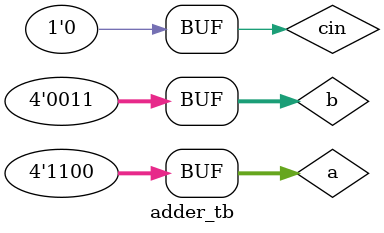
<source format=v>
module adder_tb;
reg [3:0] a;
reg [3:0] b;
reg cin;
wire [4:0] sum;
wire cout;
adder U1(a,b,cin,sum,cout);
initial begin
$monitor("%d a=%b, b=%b, cin=%b, sum=%b, cout=%b",$time, a, b, cin, sum, cout);
#20
a=4'b0000;
b=4'b0000;
cin=0;
#20
a=4'b0000;
b=4'b0000;
cin=1;
#20
a=4'b0001;
b=4'b1111;
cin=1;
#20
a=4'b0001;
b=4'b1111;
cin=0;
#20
a=4'b1100;
b=4'b0011;
cin=1;
#20
a=4'b1100;
b=4'b0011;
cin=0;
end
endmodule

</source>
